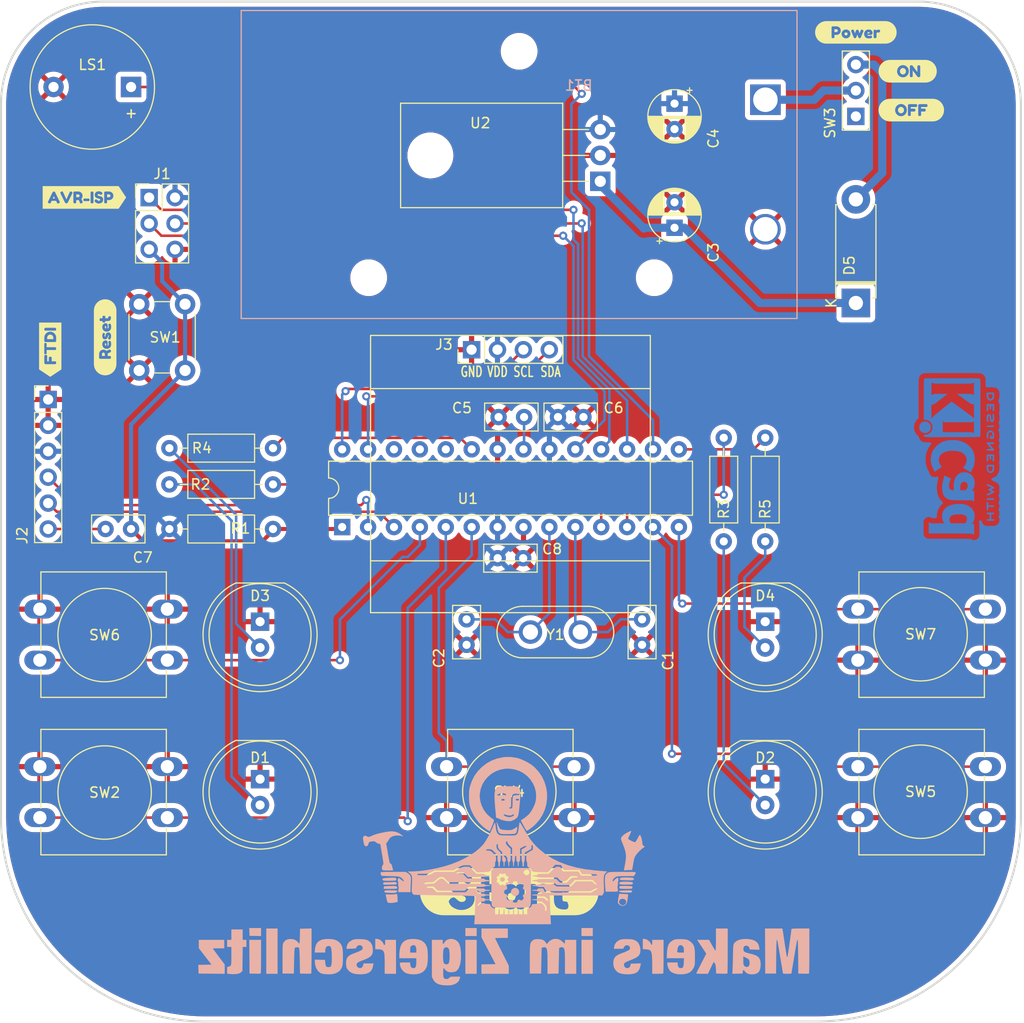
<source format=kicad_pcb>
(kicad_pcb (version 20211014) (generator pcbnew)
  (layers (0 "F.Cu" signal) (31 "B.Cu" signal) (34 "B.Paste" user) (35 "F.Paste" user) (36 "B.SilkS" user "B.Silkscreen") (37 "F.SilkS" user "F.Silkscreen") (38 "B.Mask" user) (39 "F.Mask" user) (44 "Edge.Cuts" user))
  (net 0 "")
  (net 1 "Net-(C1-Pad1)")
  (net 2 "GND")
  (net 3 "Net-(C2-Pad1)")
  (net 4 "+5V")
  (net 5 "Net-(C3-Pad1)")
  (net 6 "D9")
  (net 7 "D0")
  (net 8 "D10")
  (net 9 "D1")
  (net 10 "Net-(J1-Pad4)")
  (net 11 "D2")
  (net 12 "Net-(J1-Pad1)")
  (net 13 "D3")
  (net 14 "Net-(J1-Pad3)")
  (net 15 "D4")
  (net 16 "A0")
  (net 17 "A1")
  (net 18 "D5")
  (net 19 "A2")
  (net 20 "D6")
  (net 21 "A3")
  (net 22 "D7")
  (net 23 "Net-(C5-Pad1)")
  (net 24 "D8")
  (net 25 "Net-(C7-Pad1)")
  (net 26 "Net-(BT1-Pad1)")
  (net 27 "Net-(D1-Pad2)")
  (net 28 "Net-(D2-Pad2)")
  (net 29 "Net-(D3-Pad2)")
  (net 30 "Net-(D4-Pad2)")
  (net 31 "Net-(D5-Pad2)")
  (net 33 "Net-(C7-Pad2)")
  (net 34 "SDA")
  (net 35 "SCL")
  (footprint "kibuzzard-6160B392" (layer "F.Cu") (at 133.706394 50.165)
    (fp_text reference "kibuzzard-6160B392" hide)
    (fp_text value "G***" hide)
  )
  (footprint "kibuzzard-61609E2B" (layer "F.Cu") (at 52.628 58.728)
    (fp_text reference "kibuzzard-61609E2B" hide)
    (fp_text value "G***" hide)
  )
  (footprint "Diode_THT:D_5W_P10.16mm_Horizontal" (layer "F.Cu") (at 128.27 69.08 90)
    (fp_text reference "D5")
    (fp_text value "N4007")
  )
  (footprint "kibuzzard-6160B38A" (layer "F.Cu") (at 133.35 46.355)
    (fp_text reference "kibuzzard-6160B38A" hide)
    (fp_text value "G***" hide)
  )
  (footprint "Connector_PinHeader_2.54mm:PinHeader_2x03_P2.54mm_Vertical" (layer "F.Cu") (at 58.973 58.743)
    (fp_text reference "J1")
    (fp_text value "AVR-ISP-6")
  )
  (footprint "Package_DIP:DIP-28_W7.62mm" (layer "F.Cu") (at 77.9 91.05 90)
    (fp_text reference "U1")
    (fp_text value "ATmega328-P")
  )
  (footprint "Capacitor_THT:CP_Radial_D5.0mm_P2.50mm" (layer "F.Cu") (at 110.49 61.705114 90)
    (fp_text reference "C3")
    (fp_text value "0.33uF")
  )
  (footprint "Buzzer_Beeper:Buzzer_12x9.5RM7.6" (layer "F.Cu") (at 57.2 47.9 180)
    (fp_text reference "LS1")
    (fp_text value "Passiver Piezo")
  )
  (footprint "LED_THT:LED_D10.0mm" (layer "F.Cu") (at 119.38 115.765 -90)
    (fp_text reference "D2")
    (fp_text value "LED G")
  )
  (footprint "Capacitor_THT:C_Disc_D5.0mm_W2.5mm_P2.50mm" (layer "F.Cu") (at 93.15 94.1)
    (fp_text reference "C8")
    (fp_text value "100nF")
  )
  (footprint "LED_THT:LED_D10.0mm" (layer "F.Cu") (at 119.38 100.325 -90)
    (fp_text reference "D4")
    (fp_text value "LED Y")
  )
  (footprint "my_parts:Button_12*12*7.3_yellow_round" (layer "F.Cu") (at 134.62 101.56 180)
    (fp_text reference "SW7")
    (fp_text value "PB Y")
  )
  (footprint "Resistor_THT:R_Axial_DIN0207_L6.3mm_D2.5mm_P10.16mm_Horizontal" (layer "F.Cu") (at 71.12 86.868 180)
    (fp_text reference "R2")
    (fp_text value "330R")
  )
  (footprint "my_parts:Button_12*12*7.3_red_round" (layer "F.Cu") (at 54.61 117.08)
    (fp_text reference "SW2")
    (fp_text value locked "PB R")
  )
  (footprint "Capacitor_THT:C_Disc_D5.0mm_W2.5mm_P2.50mm" (layer "F.Cu") (at 95.738 80.264 180)
    (fp_text reference "C5")
    (fp_text value "100nF")
  )
  (footprint "kibuzzard-61609E4D" (layer "F.Cu") (at 128.27 42.545)
    (fp_text reference "kibuzzard-61609E4D" hide)
    (fp_text value "G***" hide)
  )
  (footprint "my_parts:Button_12*12*7.3_green_round" (layer "F.Cu") (at 134.62 117 180)
    (fp_text reference "SW5")
    (fp_text value "PB G")
  )
  (footprint "Connector_PinHeader_2.54mm:PinHeader_1x06_P2.54mm_Vertical" (layer "F.Cu") (at 49.072 78.54)
    (fp_text reference "J2")
    (fp_text value "FTDI")
  )
  (footprint "Capacitor_THT:C_Disc_D5.0mm_W2.5mm_P2.50mm" (layer "F.Cu") (at 57.2 91.24 180)
    (fp_text reference "C7")
    (fp_text value "100nF")
  )
  (footprint "my_parts:Button_12*12*7.3_blue_round" (layer "F.Cu") (at 54.61 101.64)
    (fp_text reference "SW6")
    (fp_text value "PB B")
  )
  (footprint "Package_TO_SOT_THT:TO-220-3_Horizontal_TabDown" (layer "F.Cu") (at 103.21 57.15 90)
    (fp_text reference "U2")
    (fp_text value "LM7805_TO220")
  )
  (footprint "my_parts:Button_12*12*7.3_white_round" (layer "F.Cu") (at 94.29 117 180)
    (fp_text reference "SW4")
    (fp_text value "SW_Push" hide)
  )
  (footprint "Resistor_THT:R_Axial_DIN0207_L6.3mm_D2.5mm_P10.16mm_Horizontal" (layer "F.Cu") (at 71.12 83.312 180)
    (fp_text reference "R4")
    (fp_text value "560R")
  )
  (footprint "Resistor_THT:R_Axial_DIN0207_L6.3mm_D2.5mm_P10.16mm_Horizontal" (layer "F.Cu") (at 119.38 82.296 -90)
    (fp_text reference "R5")
    (fp_text value "220R")
  )
  (footprint "LED_THT:LED_D10.0mm" (layer "F.Cu") (at 69.85 100.325 -90)
    (fp_text reference "D3")
    (fp_text value "LED B")
  )
  (footprint "Capacitor_THT:C_Disc_D5.0mm_W2.5mm_P2.50mm" (layer "F.Cu") (at 90.1 100.1 -90)
    (fp_text reference "C2")
    (fp_text value "22pF")
  )
  (footprint "Capacitor_THT:C_Disc_D5.0mm_W2.5mm_P2.50mm" (layer "F.Cu") (at 107.306 100.096001 -90)
    (fp_text reference "C1")
    (fp_text value "22pF")
  )
  (footprint "my_parts:cheap_china_slide_switch" (layer "F.Cu") (at 128.27 50.785001 180)
    (fp_text reference "SW3")
    (fp_text value "SW_Push_SPDT" hide)
  )
  (footprint "LED_THT:LED_D10.0mm" (layer "F.Cu") (at 69.85 115.765 -90)
    (fp_text reference "D1")
    (fp_text value "LED R")
  )
  (footprint "kibuzzard-61609DF8" (layer "F.Cu") (at 49.276 73.66 90)
    (fp_text reference "kibuzzard-61609DF8" hide)
    (fp_text value "G***" hide)
  )
  (footprint "Capacitor_THT:C_Disc_D5.0mm_W2.5mm_P2.50mm" (layer "F.Cu") (at 99.06 80.264)
    (fp_text reference "C6")
    (fp_text value "100nF")
  )
  (footprint "Resistor_THT:R_Axial_DIN0207_L6.3mm_D2.5mm_P10.16mm_Horizontal" (layer "F.Cu") (at 115.316 82.296 -90)
    (fp_text reference "R3")
    (fp_text value "5R")
  )
  (footprint "Crystal:Crystal_HC50_Vertical" (layer "F.Cu") (at 101.256 101.346 180)
    (fp_text reference "Y1")
    (fp_text value "LFXTAL003240")
  )
  (footprint "kibuzzard-61609DB8" (layer "F.Cu") (at 54.66 72.444 90)
    (fp_text reference "kibuzzard-61609DB8" hide)
    (fp_text value "G***" hide)
  )
  (footprint "Resistor_THT:R_Axial_DIN0207_L6.3mm_D2.5mm_P10.16mm_Horizontal" (layer "F.Cu") (at 60.96 91.24)
    (fp_text reference "R1")
    (fp_text value "10k")
  )
  (footprint "my_parts:Display_128x64_096_I2C_no_holes" (layer "F.Cu") (at 94.4 73.66)
    (fp_text reference "J3")
    (fp_text value "Display")
  )
  (footprint "kibuzzard-6160B6E4" (layer "F.Cu") (at 94.284 126.8)
    (fp_text reference "kibuzzard-6160B6E4" hide)
    (fp_text value "G***" hide)
  )
  (footprint "Capacitor_THT:CP_Radial_D5.0mm_P2.50mm" (layer "F.Cu") (at 110.49 49.53 -90)
    (fp_text reference "C4")
    (fp_text value "0.1uF")
  )
  (footprint "Button_Switch_THT:SW_PUSH_6mm" (layer "F.Cu") (at 57.998 75.694 90)
    (fp_text reference "SW1")
    (fp_text value "SW_Push" hide)
  )
  (footprint "LOGO" (layer "B.Cu") (at 93.776 124.768 180)
    (fp_text reference "G***" hide)
    (fp_text value "LOGO" hide)
  )
  (footprint "Battery:BatteryHolder_Eagle_12BH611-GR" (layer "B.Cu") (at 119.4 49.15)
    (fp_text reference "BT1")
    (fp_text value "9V Batterie")
  )
  (footprint "Symbol:KiCad-Logo2_6mm_Copper" (layer "B.Cu") (at 137.464 84.128 -90)
    (fp_text reference "REF**" hide)
    (fp_text value "KiCad-Logo2_6mm_Copper" hide)
  )
  (gr_line (start 44.45 49.53) (end 44.45 119.53) (layer "Edge.Cuts") (width 0.2))
  (gr_arc (start 64.45 139.53) (mid 50.307864 133.672136) (end 44.45 119.53) (layer "Edge.Cuts") (width 0.2))
  (gr_line (start 134.45 39.53) (end 54.45 39.53) (layer "Edge.Cuts") (width 0.2))
  (gr_arc (start 134.45 39.53) (mid 141.521068 42.458932) (end 144.45 49.53) (layer "Edge.Cuts") (width 0.2))
  (gr_arc (start 44.45 49.53) (mid 47.378932 42.458932) (end 54.45 39.53) (layer "Edge.Cuts") (width 0.2))
  (gr_arc (start 144.45 119.53) (mid 138.592136 133.672136) (end 124.45 139.53) (layer "Edge.Cuts") (width 0.2))
  (gr_line (start 144.45 119.53) (end 144.45 49.53) (layer "Edge.Cuts") (width 0.2))
  (gr_line (start 64.45 139.53) (end 124.45 139.53) (layer "Edge.Cuts") (width 0.2))
  (segment (start 105.203999 100.096001) (end 103.954 101.346) (width 0.25) (layer "B.Cu") (net 1))
  (segment (start 107.306 100.096001) (end 105.203999 100.096001) (width 0.25) (layer "B.Cu") (net 1))
  (segment (start 100.76 91.05) (end 100.76 100.85) (width 0.25) (layer "B.Cu") (net 1))
  (segment (start 100.76 100.85) (end 101.256 101.346) (width 0.25) (layer "B.Cu") (net 1))
  (segment (start 103.954 101.346) (end 101.256 101.346) (width 0.25) (layer "B.Cu") (net 1))
  (segment (start 98.22 99.482) (end 98.22 91.05) (width 0.25) (layer "B.Cu") (net 3))
  (segment (start 96.356 101.346) (end 94.146 101.346) (width 0.25) (layer "B.Cu") (net 3))
  (segment (start 96.356 101.346) (end 98.22 99.482) (width 0.25) (layer "B.Cu") (net 3))
  (segment (start 94.146 101.346) (end 92.9 100.1) (width 0.25) (layer "B.Cu") (net 3))
  (segment (start 92.9 100.1) (end 90.1 100.1) (width 0.25) (layer "B.Cu") (net 3))
  (segment (start 110.49 61.705114) (end 111.485114 61.705114) (width 0.8) (layer "B.Cu") (net 5))
  (segment (start 107.492 61.776) (end 107.562886 61.705114) (width 0.8) (layer "B.Cu") (net 5))
  (segment (start 103.21 57.15) (end 103.21 57.494) (width 0.8) (layer "B.Cu") (net 5))
  (segment (start 107.562886 61.705114) (end 110.49 61.705114) (width 0.8) (layer "B.Cu") (net 5))
  (segment (start 111.485114 61.705114) (end 118.86 69.08) (width 0.8) (layer "B.Cu") (net 5))
  (segment (start 103.21 57.494) (end 107.492 61.776) (width 0.8) (layer "B.Cu") (net 5))
  (segment (start 118.86 69.08) (end 128.27 69.08) (width 0.8) (layer "B.Cu") (net 5))
  (segment (start 118.246 83.43) (end 119.38 82.296) (width 0.25) (layer "F.Cu") (net 6))
  (segment (start 110.92 83.43) (end 118.246 83.43) (width 0.25) (layer "F.Cu") (net 6))
  (segment (start 51.812 88.9) (end 79.756 88.9) (width 0.25) (layer "F.Cu") (net 7))
  (segment (start 49.072 86.16) (end 51.812 88.9) (width 0.25) (layer "F.Cu") (net 7))
  (segment (start 79.756 88.9) (end 80.264 88.392) (width 0.25) (layer "F.Cu") (net 7))
  (via (at 80.264 88.392) (size 0.8) (drill 0.4) (layers "F.Cu" "B.Cu") (net 7))
  (segment (start 80.44 88.568) (end 80.44 91.05) (width 0.25) (layer "B.Cu") (net 7))
  (segment (start 80.264 88.392) (end 80.44 88.568) (width 0.25) (layer "B.Cu") (net 7))
  (segment (start 100.728 47.9) (end 57.2 47.9) (width 0.25) (layer "F.Cu") (net 8))
  (segment (start 101.396 48.568) (end 100.728 47.9) (width 0.25) (layer "F.Cu") (net 8))
  (via (at 101.396 48.568) (size 0.8) (drill 0.4) (layers "F.Cu" "B.Cu") (net 8))
  (segment (start 100.38 49.584) (end 101.396 48.568) (width 0.25) (layer "B.Cu") (net 8))
  (segment (start 100.38 58.22) (end 100.38 49.584) (width 0.25) (layer "B.Cu") (net 8))
  (segment (start 108.38 80.564888) (end 102.108 74.292888) (width 0.25) (layer "B.Cu") (net 8))
  (segment (start 102.108 59.948) (end 100.38 58.22) (width 0.25) (layer "B.Cu") (net 8))
  (segment (start 108.38 83.43) (end 108.38 80.564888) (width 0.25) (layer "B.Cu") (net 8))
  (segment (start 102.108 74.292888) (end 102.108 59.948) (width 0.25) (layer "B.Cu") (net 8))
  (segment (start 49.072 88.7) (end 49.922 89.55) (width 0.25) (layer "F.Cu") (net 9))
  (segment (start 81.48 89.55) (end 82.98 91.05) (width 0.25) (layer "F.Cu") (net 9))
  (segment (start 49.922 89.55) (end 81.48 89.55) (width 0.25) (layer "F.Cu") (net 9))
  (segment (start 61.513 61.283) (end 101.3685 61.283) (width 0.25) (layer "F.Cu") (net 10))
  (segment (start 101.3685 61.283) (end 101.3835 61.268) (width 0.25) (layer "F.Cu") (net 10))
  (via (at 101.3835 61.268) (size 0.8) (drill 0.4) (layers "F.Cu" "B.Cu") (net 10))
  (segment (start 101.483022 74.303614) (end 101.483022 61.367522) (width 0.25) (layer "B.Cu") (net 10))
  (segment (start 101.483022 61.367522) (end 101.3835 61.268) (width 0.25) (layer "B.Cu") (net 10))
  (segment (start 105.84 78.660592) (end 101.483022 74.303614) (width 0.25) (layer "B.Cu") (net 10))
  (segment (start 105.84 83.43) (end 105.84 78.660592) (width 0.25) (layer "B.Cu") (net 10))
  (segment (start 60.76 104.1) (end 77.684 104.1) (width 0.25) (layer "F.Cu") (net 11))
  (segment (start 48.26 104.1) (end 60.76 104.1) (width 0.25) (layer "F.Cu") (net 11))
  (via (at 77.684 104.1) (size 0.8) (drill 0.4) (layers "F.Cu" "B.Cu") (net 11))
  (segment (start 84.328 93.98) (end 85.52 92.788) (width 0.25) (layer "B.Cu") (net 11))
  (segment (start 83.82 93.98) (end 84.328 93.98) (width 0.25) (layer "B.Cu") (net 11))
  (segment (start 77.684 100.116) (end 83.82 93.98) (width 0.25) (layer "B.Cu") (net 11))
  (segment (start 85.52 92.788) (end 85.52 91.05) (width 0.25) (layer "B.Cu") (net 11))
  (segment (start 77.684 104.1) (end 77.684 100.116) (width 0.25) (layer "B.Cu") (net 11))
  (segment (start 100.584 59.944) (end 60.174 59.944) (width 0.25) (layer "F.Cu") (net 12))
  (segment (start 60.174 59.944) (end 58.973 58.743) (width 0.25) (layer "F.Cu") (net 12))
  (via (at 100.584 59.944) (size 0.8) (drill 0.4) (layers "F.Cu" "B.Cu") (net 12))
  (segment (start 101.03351 63.313806) (end 100.584 62.864296) (width 0.25) (layer "B.Cu") (net 12))
  (segment (start 101.033511 74.489807) (end 101.03351 63.313806) (width 0.25) (layer "B.Cu") (net 12))
  (segment (start 103.3 83.43) (end 104.099999 82.630001) (width 0.25) (layer "B.Cu") (net 12))
  (segment (start 104.099999 77.556295) (end 101.033511 74.489807) (width 0.25) (layer "B.Cu") (net 12))
  (segment (start 100.584 62.864296) (end 100.584 59.944) (width 0.25) (layer "B.Cu") (net 12))
  (segment (start 104.099999 82.630001) (end 104.099999 77.556295) (width 0.25) (layer "B.Cu") (net 12))
  (segment (start 83.98 119.54) (end 60.76 119.54) (width 0.25) (layer "F.Cu") (net 13))
  (segment (start 60.76 119.54) (end 48.26 119.54) (width 0.25) (layer "F.Cu") (net 13))
  (segment (start 84.328 119.888) (end 83.98 119.54) (width 0.25) (layer "F.Cu") (net 13))
  (via (at 84.328 119.888) (size 0.8) (drill 0.4) (layers "F.Cu" "B.Cu") (net 13))
  (segment (start 84.328 98.982414) (end 84.328 119.888) (width 0.25) (layer "B.Cu") (net 13))
  (segment (start 88.06 95.250414) (end 84.328 98.982414) (width 0.25) (layer "B.Cu") (net 13))
  (segment (start 88.06 91.05) (end 88.06 95.250414) (width 0.25) (layer "B.Cu") (net 13))
  (segment (start 60.174 62.484) (end 99.568 62.484) (width 0.25) (layer "F.Cu") (net 14))
  (segment (start 58.973 61.283) (end 60.174 62.484) (width 0.25) (layer "F.Cu") (net 14))
  (via (at 99.568 62.484) (size 0.8) (drill 0.4) (layers "F.Cu" "B.Cu") (net 14))
  (segment (start 100.584 63.5) (end 100.584 74.676) (width 0.25) (layer "B.Cu") (net 14))
  (segment (start 99.568 62.484) (end 100.584 63.5) (width 0.25) (layer "B.Cu") (net 14))
  (segment (start 103.632 77.724) (end 103.632 80.558) (width 0.25) (layer "B.Cu") (net 14))
  (segment (start 100.584 74.676) (end 103.632 77.724) (width 0.25) (layer "B.Cu") (net 14))
  (segment (start 103.632 80.558) (end 100.76 83.43) (width 0.25) (layer "B.Cu") (net 14))
  (segment (start 88.14 114.54) (end 100.64 114.54) (width 0.25) (layer "F.Cu") (net 15))
  (segment (start 90.6 93.804) (end 87.376 97.028) (width 0.25) (layer "B.Cu") (net 15))
  (segment (start 87.376 111.252) (end 88.14 112.016) (width 0.25) (layer "B.Cu") (net 15))
  (segment (start 88.14 112.016) (end 88.14 114.54) (width 0.25) (layer "B.Cu") (net 15))
  (segment (start 87.376 97.028) (end 87.376 111.252) (width 0.25) (layer "B.Cu") (net 15))
  (segment (start 90.6 91.05) (end 90.6 93.804) (width 0.25) (layer "B.Cu") (net 15))
  (segment (start 72.126511 82.305489) (end 71.12 83.312) (width 0.25) (layer "F.Cu") (net 16))
  (segment (start 90.6 83.43) (end 89.475489 82.305489) (width 0.25) (layer "F.Cu") (net 16))
  (segment (start 89.475489 82.305489) (end 72.126511 82.305489) (width 0.25) (layer "F.Cu") (net 16))
  (segment (start 102.616 88.9) (end 103.3 89.584) (width 0.25) (layer "F.Cu") (net 18))
  (segment (start 103.3 89.584) (end 103.3 91.05) (width 0.25) (layer "F.Cu") (net 18))
  (segment (start 80.264 86.868) (end 82.296 88.9) (width 0.25) (layer "F.Cu") (net 18))
  (segment (start 71.12 86.868) (end 80.264 86.868) (width 0.25) (layer "F.Cu") (net 18))
  (segment (start 82.296 88.9) (end 102.616 88.9) (width 0.25) (layer "F.Cu") (net 18))
  (segment (start 107.696 87.884) (end 115.316 87.884) (width 0.25) (layer "F.Cu") (net 20))
  (segment (start 105.84 89.74) (end 107.696 87.884) (width 0.25) (layer "F.Cu") (net 20))
  (segment (start 105.84 91.05) (end 105.84 89.74) (width 0.25) (layer "F.Cu") (net 20))
  (via (at 115.316 87.884) (size 0.8) (drill 0.4) (layers "F.Cu" "B.Cu") (net 20))
  (segment (start 115.316 87.884) (end 115.316 82.296) (width 0.25) (layer "B.Cu") (net 20))
  (segment (start 124.46 113.284) (end 125.716 114.54) (width 0.25) (layer "F.Cu") (net 22))
  (segment (start 125.716 114.54) (end 128.47 114.54) (width 0.25) (layer "F.Cu") (net 22))
  (segment (start 110.236 113.284) (end 124.46 113.284) (width 0.25) (layer "F.Cu") (net 22))
  (segment (start 128.47 114.54) (end 140.97 114.54) (width 0.25) (layer "F.Cu") (net 22))
  (via (at 110.236 113.284) (size 0.8) (drill 0.4) (layers "F.Cu" "B.Cu") (net 22))
  (segment (start 108.38 91.05) (end 110.236 92.906) (width 0.25) (layer "B.Cu") (net 22))
  (segment (start 110.236 92.906) (end 110.236 113.284) (width 0.25) (layer "B.Cu") (net 22))
  (segment (start 95.738 83.372) (end 95.68 83.43) (width 0.25) (layer "B.Cu") (net 23))
  (segment (start 95.738 80.264) (end 95.738 83.372) (width 0.25) (layer "B.Cu") (net 23))
  (segment (start 128.47 99.1) (end 121.96 99.1) (width 0.25) (layer "F.Cu") (net 24))
  (segment (start 140.97 99.1) (end 128.47 99.1) (width 0.25) (layer "F.Cu") (net 24))
  (segment (start 121.96 99.1) (end 121.412 98.552) (width 0.25) (layer "F.Cu") (net 24))
  (segment (start 121.412 98.552) (end 111.252 98.552) (width 0.25) (layer "F.Cu") (net 24))
  (via (at 111.252 98.552) (size 0.8) (drill 0.4) (layers "F.Cu" "B.Cu") (net 24))
  (segment (start 110.92 98.22) (end 110.92 91.05) (width 0.25) (layer "B.Cu") (net 24))
  (segment (start 111.252 98.552) (end 110.92 98.22) (width 0.25) (layer "B.Cu") (net 24))
  (segment (start 70.08049 92.439511) (end 71.280001 91.24) (width 0.4) (layer "F.Cu") (net 25))
  (segment (start 57.2 91.24) (end 58.399511 92.439511) (width 0.4) (layer "F.Cu") (net 25))
  (segment (start 77.71 91.24) (end 77.9 91.05) (width 0.4) (layer "F.Cu") (net 25))
  (segment (start 71.280001 91.24) (end 77.71 91.24) (width 0.4) (layer "F.Cu") (net 25))
  (segment (start 58.399511 92.439511) (end 70.08049 92.439511) (width 0.4) (layer "F.Cu") (net 25))
  (segment (start 60.248 66.944) (end 62.498 69.194) (width 0.4) (layer "B.Cu") (net 25))
  (segment (start 60.248 65.098) (end 60.248 66.944) (width 0.4) (layer "B.Cu") (net 25))
  (segment (start 62.498 69.194) (end 62.498 75.694) (width 0.4) (layer "B.Cu") (net 25))
  (segment (start 57.2 80.992) (end 57.2 91.24) (width 0.4) (layer "B.Cu") (net 25))
  (segment (start 58.973 63.823) (end 60.248 65.098) (width 0.4) (layer "B.Cu") (net 25))
  (segment (start 62.498 75.694) (end 57.2 80.992) (width 0.4) (layer "B.Cu") (net 25))
  (segment (start 125.086999 48.245001) (end 124.182 49.15) (width 0.8) (layer "B.Cu") (net 26))
  (segment (start 124.182 49.15) (end 119.4 49.15) (width 0.8) (layer "B.Cu") (net 26))
  (segment (start 128.27 48.245001) (end 125.086999 48.245001) (width 0.8) (layer "B.Cu") (net 26))
  (segment (start 60.96 86.868) (end 63.5 86.868) (width 0.25) (layer "B.Cu") (net 27))
  (segment (start 67.056 90.424) (end 67.056 115.511) (width 0.25) (layer "B.Cu") (net 27))
  (segment (start 63.5 86.868) (end 67.056 90.424) (width 0.25) (layer "B.Cu") (net 27))
  (segment (start 67.056 115.511) (end 69.85 118.305) (width 0.25) (layer "B.Cu") (net 27))
  (segment (start 115.316 114.241) (end 119.38 118.305) (width 0.25) (layer "B.Cu") (net 28))
  (segment (start 115.316 92.456) (end 115.316 114.241) (width 0.25) (layer "B.Cu") (net 28))
  (segment (start 60.96 83.312) (end 67.505511 89.857511) (width 0.25) (layer "B.Cu") (net 29))
  (segment (start 67.505511 100.520511) (end 69.85 102.865) (width 0.25) (layer "B.Cu") (net 29))
  (segment (start 67.505511 89.857511) (end 67.505511 100.520511) (width 0.25) (layer "B.Cu") (net 29))
  (segment (start 119.38 92.456) (end 119.38 93.98) (width 0.25) (layer "B.Cu") (net 30))
  (segment (start 117.348 96.012) (end 117.348 100.833) (width 0.25) (layer "B.Cu") (net 30))
  (segment (start 117.348 100.833) (end 119.38 102.865) (width 0.25) (layer "B.Cu") (net 30))
  (segment (start 119.38 93.98) (end 117.348 96.012) (width 0.25) (layer "B.Cu") (net 30))
  (segment (start 130.86 56.33) (end 130.86 46.536) (width 0.8) (layer "B.Cu") (net 31))
  (segment (start 130.86 46.536) (end 130.029001 45.705001) (width 0.8) (layer "B.Cu") (net 31))
  (segment (start 130.029001 45.705001) (end 128.27 45.705001) (width 0.8) (layer "B.Cu") (net 31))
  (segment (start 128.27 58.92) (end 130.86 56.33) (width 0.8) (layer "B.Cu") (net 31))
  (segment (start 49.072 91.24) (end 54.7 91.24) (width 0.25) (layer "F.Cu") (net 33))
  (segment (start 93.638 78.232) (end 80.264 78.232) (width 0.25) (layer "F.Cu") (net 34))
  (segment (start 98.21 73.66) (end 93.638 78.232) (width 0.25) (layer "F.Cu") (net 34))
  (via (at 80.264 78.232) (size 0.8) (drill 0.4) (layers "F.Cu" "B.Cu") (net 34))
  (segment (start 80.44 78.408) (end 80.44 83.43) (width 0.25) (layer "B.Cu") (net 34))
  (segment (start 80.264 78.232) (end 80.44 78.408) (width 0.25) (layer "B.Cu") (net 34))
  (segment (start 91.822501 77.507499) (end 95.67 73.66) (width 0.25) (layer "F.Cu") (net 35))
  (segment (start 78.232 77.724) (end 78.448501 77.507499) (width 0.25) (layer "F.Cu") (net 35))
  (segment (start 78.448501 77.507499) (end 91.822501 77.507499) (width 0.25) (layer "F.Cu") (net 35))
  (via (at 78.232 77.724) (size 0.8) (drill 0.4) (layers "F.Cu" "B.Cu") (net 35))
  (segment (start 77.9 83.43) (end 77.9 78.056) (width 0.25) (layer "B.Cu") (net 35))
  (segment (start 77.9 78.056) (end 78.232 77.724) (width 0.25) (layer "B.Cu") (net 35))
  (zone (net 2) (net_name "GND") (layer "F.Cu") (connect_pads (clearance 0.508)) (min_thickness 0.254) (fill yes (thermal_gap 0.508) (thermal_bridge_width 0.508))
    (polygon (pts (xy 144.78 139.5) (xy 44.5 139.5) (xy 44.6 39.37) (xy 144.78 39.37)))
  )
  (zone (net 4) (net_name "+5V") (layer "B.Cu") (connect_pads (clearance 0.508)) (min_thickness 0.254) (fill yes (thermal_gap 0.508) (thermal_bridge_width 0.508))
    (polygon (pts (xy 144.78 139.7) (xy 44.45 139.7) (xy 44.45 39.37) (xy 144.78 39.37)))
  )
)
</source>
